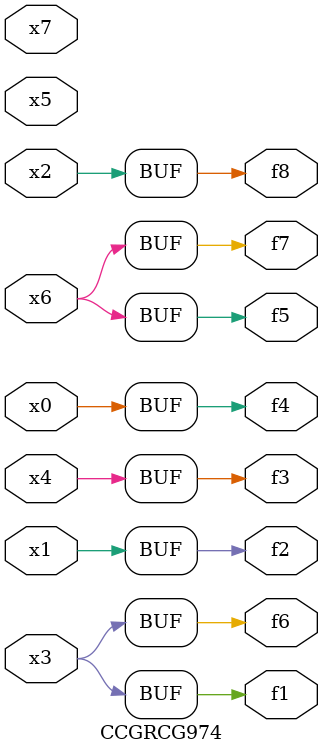
<source format=v>
module CCGRCG974(
	input x0, x1, x2, x3, x4, x5, x6, x7,
	output f1, f2, f3, f4, f5, f6, f7, f8
);
	assign f1 = x3;
	assign f2 = x1;
	assign f3 = x4;
	assign f4 = x0;
	assign f5 = x6;
	assign f6 = x3;
	assign f7 = x6;
	assign f8 = x2;
endmodule

</source>
